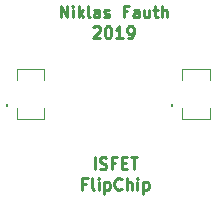
<source format=gbr>
G04 #@! TF.GenerationSoftware,KiCad,Pcbnew,5.0.2-bee76a0~70~ubuntu18.04.1*
G04 #@! TF.CreationDate,2019-07-03T17:50:11+02:00*
G04 #@! TF.ProjectId,upper_Sensor,75707065-725f-4536-956e-736f722e6b69,rev?*
G04 #@! TF.SameCoordinates,Original*
G04 #@! TF.FileFunction,Legend,Top*
G04 #@! TF.FilePolarity,Positive*
%FSLAX46Y46*%
G04 Gerber Fmt 4.6, Leading zero omitted, Abs format (unit mm)*
G04 Created by KiCad (PCBNEW 5.0.2-bee76a0~70~ubuntu18.04.1) date Mi 03 Jul 2019 17:50:11 CEST*
%MOMM*%
%LPD*%
G01*
G04 APERTURE LIST*
%ADD10C,0.250000*%
%ADD11C,0.200000*%
%ADD12C,0.100000*%
G04 APERTURE END LIST*
D10*
X105540000Y-73517380D02*
X105540000Y-72517380D01*
X106111428Y-73517380D01*
X106111428Y-72517380D01*
X106587619Y-73517380D02*
X106587619Y-72850714D01*
X106587619Y-72517380D02*
X106540000Y-72565000D01*
X106587619Y-72612619D01*
X106635238Y-72565000D01*
X106587619Y-72517380D01*
X106587619Y-72612619D01*
X107063809Y-73517380D02*
X107063809Y-72517380D01*
X107159047Y-73136428D02*
X107444761Y-73517380D01*
X107444761Y-72850714D02*
X107063809Y-73231666D01*
X108016190Y-73517380D02*
X107920952Y-73469761D01*
X107873333Y-73374523D01*
X107873333Y-72517380D01*
X108825714Y-73517380D02*
X108825714Y-72993571D01*
X108778095Y-72898333D01*
X108682857Y-72850714D01*
X108492380Y-72850714D01*
X108397142Y-72898333D01*
X108825714Y-73469761D02*
X108730476Y-73517380D01*
X108492380Y-73517380D01*
X108397142Y-73469761D01*
X108349523Y-73374523D01*
X108349523Y-73279285D01*
X108397142Y-73184047D01*
X108492380Y-73136428D01*
X108730476Y-73136428D01*
X108825714Y-73088809D01*
X109254285Y-73469761D02*
X109349523Y-73517380D01*
X109540000Y-73517380D01*
X109635238Y-73469761D01*
X109682857Y-73374523D01*
X109682857Y-73326904D01*
X109635238Y-73231666D01*
X109540000Y-73184047D01*
X109397142Y-73184047D01*
X109301904Y-73136428D01*
X109254285Y-73041190D01*
X109254285Y-72993571D01*
X109301904Y-72898333D01*
X109397142Y-72850714D01*
X109540000Y-72850714D01*
X109635238Y-72898333D01*
X111206666Y-72993571D02*
X110873333Y-72993571D01*
X110873333Y-73517380D02*
X110873333Y-72517380D01*
X111349523Y-72517380D01*
X112159047Y-73517380D02*
X112159047Y-72993571D01*
X112111428Y-72898333D01*
X112016190Y-72850714D01*
X111825714Y-72850714D01*
X111730476Y-72898333D01*
X112159047Y-73469761D02*
X112063809Y-73517380D01*
X111825714Y-73517380D01*
X111730476Y-73469761D01*
X111682857Y-73374523D01*
X111682857Y-73279285D01*
X111730476Y-73184047D01*
X111825714Y-73136428D01*
X112063809Y-73136428D01*
X112159047Y-73088809D01*
X113063809Y-72850714D02*
X113063809Y-73517380D01*
X112635238Y-72850714D02*
X112635238Y-73374523D01*
X112682857Y-73469761D01*
X112778095Y-73517380D01*
X112920952Y-73517380D01*
X113016190Y-73469761D01*
X113063809Y-73422142D01*
X113397142Y-72850714D02*
X113778095Y-72850714D01*
X113540000Y-72517380D02*
X113540000Y-73374523D01*
X113587619Y-73469761D01*
X113682857Y-73517380D01*
X113778095Y-73517380D01*
X114111428Y-73517380D02*
X114111428Y-72517380D01*
X114540000Y-73517380D02*
X114540000Y-72993571D01*
X114492380Y-72898333D01*
X114397142Y-72850714D01*
X114254285Y-72850714D01*
X114159047Y-72898333D01*
X114111428Y-72945952D01*
X108325714Y-74362619D02*
X108373333Y-74315000D01*
X108468571Y-74267380D01*
X108706666Y-74267380D01*
X108801904Y-74315000D01*
X108849523Y-74362619D01*
X108897142Y-74457857D01*
X108897142Y-74553095D01*
X108849523Y-74695952D01*
X108278095Y-75267380D01*
X108897142Y-75267380D01*
X109516190Y-74267380D02*
X109611428Y-74267380D01*
X109706666Y-74315000D01*
X109754285Y-74362619D01*
X109801904Y-74457857D01*
X109849523Y-74648333D01*
X109849523Y-74886428D01*
X109801904Y-75076904D01*
X109754285Y-75172142D01*
X109706666Y-75219761D01*
X109611428Y-75267380D01*
X109516190Y-75267380D01*
X109420952Y-75219761D01*
X109373333Y-75172142D01*
X109325714Y-75076904D01*
X109278095Y-74886428D01*
X109278095Y-74648333D01*
X109325714Y-74457857D01*
X109373333Y-74362619D01*
X109420952Y-74315000D01*
X109516190Y-74267380D01*
X110801904Y-75267380D02*
X110230476Y-75267380D01*
X110516190Y-75267380D02*
X110516190Y-74267380D01*
X110420952Y-74410238D01*
X110325714Y-74505476D01*
X110230476Y-74553095D01*
X111278095Y-75267380D02*
X111468571Y-75267380D01*
X111563809Y-75219761D01*
X111611428Y-75172142D01*
X111706666Y-75029285D01*
X111754285Y-74838809D01*
X111754285Y-74457857D01*
X111706666Y-74362619D01*
X111659047Y-74315000D01*
X111563809Y-74267380D01*
X111373333Y-74267380D01*
X111278095Y-74315000D01*
X111230476Y-74362619D01*
X111182857Y-74457857D01*
X111182857Y-74695952D01*
X111230476Y-74791190D01*
X111278095Y-74838809D01*
X111373333Y-74886428D01*
X111563809Y-74886428D01*
X111659047Y-74838809D01*
X111706666Y-74791190D01*
X111754285Y-74695952D01*
X108431904Y-86357380D02*
X108431904Y-85357380D01*
X108860476Y-86309761D02*
X109003333Y-86357380D01*
X109241428Y-86357380D01*
X109336666Y-86309761D01*
X109384285Y-86262142D01*
X109431904Y-86166904D01*
X109431904Y-86071666D01*
X109384285Y-85976428D01*
X109336666Y-85928809D01*
X109241428Y-85881190D01*
X109050952Y-85833571D01*
X108955714Y-85785952D01*
X108908095Y-85738333D01*
X108860476Y-85643095D01*
X108860476Y-85547857D01*
X108908095Y-85452619D01*
X108955714Y-85405000D01*
X109050952Y-85357380D01*
X109289047Y-85357380D01*
X109431904Y-85405000D01*
X110193809Y-85833571D02*
X109860476Y-85833571D01*
X109860476Y-86357380D02*
X109860476Y-85357380D01*
X110336666Y-85357380D01*
X110717619Y-85833571D02*
X111050952Y-85833571D01*
X111193809Y-86357380D02*
X110717619Y-86357380D01*
X110717619Y-85357380D01*
X111193809Y-85357380D01*
X111479523Y-85357380D02*
X112050952Y-85357380D01*
X111765238Y-86357380D02*
X111765238Y-85357380D01*
X107717619Y-87583571D02*
X107384285Y-87583571D01*
X107384285Y-88107380D02*
X107384285Y-87107380D01*
X107860476Y-87107380D01*
X108384285Y-88107380D02*
X108289047Y-88059761D01*
X108241428Y-87964523D01*
X108241428Y-87107380D01*
X108765238Y-88107380D02*
X108765238Y-87440714D01*
X108765238Y-87107380D02*
X108717619Y-87155000D01*
X108765238Y-87202619D01*
X108812857Y-87155000D01*
X108765238Y-87107380D01*
X108765238Y-87202619D01*
X109241428Y-87440714D02*
X109241428Y-88440714D01*
X109241428Y-87488333D02*
X109336666Y-87440714D01*
X109527142Y-87440714D01*
X109622380Y-87488333D01*
X109670000Y-87535952D01*
X109717619Y-87631190D01*
X109717619Y-87916904D01*
X109670000Y-88012142D01*
X109622380Y-88059761D01*
X109527142Y-88107380D01*
X109336666Y-88107380D01*
X109241428Y-88059761D01*
X110717619Y-88012142D02*
X110670000Y-88059761D01*
X110527142Y-88107380D01*
X110431904Y-88107380D01*
X110289047Y-88059761D01*
X110193809Y-87964523D01*
X110146190Y-87869285D01*
X110098571Y-87678809D01*
X110098571Y-87535952D01*
X110146190Y-87345476D01*
X110193809Y-87250238D01*
X110289047Y-87155000D01*
X110431904Y-87107380D01*
X110527142Y-87107380D01*
X110670000Y-87155000D01*
X110717619Y-87202619D01*
X111146190Y-88107380D02*
X111146190Y-87107380D01*
X111574761Y-88107380D02*
X111574761Y-87583571D01*
X111527142Y-87488333D01*
X111431904Y-87440714D01*
X111289047Y-87440714D01*
X111193809Y-87488333D01*
X111146190Y-87535952D01*
X112050952Y-88107380D02*
X112050952Y-87440714D01*
X112050952Y-87107380D02*
X112003333Y-87155000D01*
X112050952Y-87202619D01*
X112098571Y-87155000D01*
X112050952Y-87107380D01*
X112050952Y-87202619D01*
X112527142Y-87440714D02*
X112527142Y-88440714D01*
X112527142Y-87488333D02*
X112622380Y-87440714D01*
X112812857Y-87440714D01*
X112908095Y-87488333D01*
X112955714Y-87535952D01*
X113003333Y-87631190D01*
X113003333Y-87916904D01*
X112955714Y-88012142D01*
X112908095Y-88059761D01*
X112812857Y-88107380D01*
X112622380Y-88107380D01*
X112527142Y-88059761D01*
D11*
G04 #@! TO.C,J12*
X101000000Y-81000000D02*
G75*
G02X101000000Y-80900000I0J50000D01*
G01*
X101000000Y-80900000D02*
G75*
G02X101000000Y-81000000I0J-50000D01*
G01*
X101000000Y-80900000D02*
X101000000Y-80900000D01*
X101000000Y-81000000D02*
X101000000Y-81000000D01*
D12*
X101840000Y-77890000D02*
X101840000Y-78800000D01*
X104160000Y-77890000D02*
X101840000Y-77890000D01*
X104160000Y-78800000D02*
X104160000Y-77890000D01*
X101840000Y-82110000D02*
X101840000Y-81200000D01*
X104160000Y-82110000D02*
X101840000Y-82110000D01*
X104160000Y-81200000D02*
X104160000Y-82110000D01*
D11*
G04 #@! TO.C,J11*
X115000000Y-81000000D02*
G75*
G02X115000000Y-80900000I0J50000D01*
G01*
X115000000Y-80900000D02*
G75*
G02X115000000Y-81000000I0J-50000D01*
G01*
X115000000Y-80900000D02*
X115000000Y-80900000D01*
X115000000Y-81000000D02*
X115000000Y-81000000D01*
D12*
X115840000Y-77890000D02*
X115840000Y-78800000D01*
X118160000Y-77890000D02*
X115840000Y-77890000D01*
X118160000Y-78800000D02*
X118160000Y-77890000D01*
X115840000Y-82110000D02*
X115840000Y-81200000D01*
X118160000Y-82110000D02*
X115840000Y-82110000D01*
X118160000Y-81200000D02*
X118160000Y-82110000D01*
G04 #@! TD*
M02*

</source>
